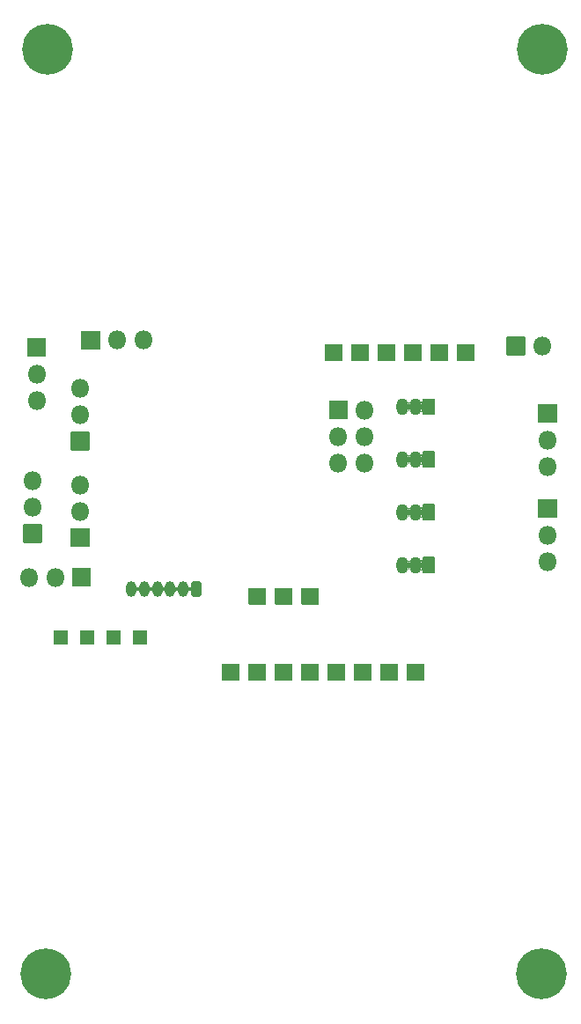
<source format=gbs>
G04 #@! TF.GenerationSoftware,KiCad,Pcbnew,(5.1.12)-1*
G04 #@! TF.CreationDate,2022-03-29T10:16:29-05:00*
G04 #@! TF.ProjectId,pcb,7063622e-6b69-4636-9164-5f7063625858,rev?*
G04 #@! TF.SameCoordinates,Original*
G04 #@! TF.FileFunction,Soldermask,Bot*
G04 #@! TF.FilePolarity,Negative*
%FSLAX46Y46*%
G04 Gerber Fmt 4.6, Leading zero omitted, Abs format (unit mm)*
G04 Created by KiCad (PCBNEW (5.1.12)-1) date 2022-03-29 10:16:29*
%MOMM*%
%LPD*%
G01*
G04 APERTURE LIST*
%ADD10C,4.882000*%
%ADD11O,1.802000X1.802000*%
%ADD12O,1.002000X1.502000*%
%ADD13O,1.152000X1.602000*%
%ADD14C,0.150000*%
G04 APERTURE END LIST*
D10*
X114300000Y-154940000D03*
X161925000Y-154940000D03*
X162052000Y-66040000D03*
X114427000Y-66040000D03*
D11*
X144960340Y-105773220D03*
X142420340Y-105773220D03*
X144960340Y-103233220D03*
X142420340Y-103233220D03*
X144960340Y-100693220D03*
G36*
G01*
X141519340Y-101543220D02*
X141519340Y-99843220D01*
G75*
G02*
X141570340Y-99792220I51000J0D01*
G01*
X143270340Y-99792220D01*
G75*
G02*
X143321340Y-99843220I0J-51000D01*
G01*
X143321340Y-101543220D01*
G75*
G02*
X143270340Y-101594220I-51000J0D01*
G01*
X141570340Y-101594220D01*
G75*
G02*
X141519340Y-101543220I0J51000D01*
G01*
G37*
X123698000Y-93980000D03*
X121158000Y-93980000D03*
G36*
G01*
X119468000Y-94881000D02*
X117768000Y-94881000D01*
G75*
G02*
X117717000Y-94830000I0J51000D01*
G01*
X117717000Y-93130000D01*
G75*
G02*
X117768000Y-93079000I51000J0D01*
G01*
X119468000Y-93079000D01*
G75*
G02*
X119519000Y-93130000I0J-51000D01*
G01*
X119519000Y-94830000D01*
G75*
G02*
X119468000Y-94881000I-51000J0D01*
G01*
G37*
G36*
G01*
X155499000Y-94409000D02*
X155499000Y-95933000D01*
G75*
G02*
X155448000Y-95984000I-51000J0D01*
G01*
X153924000Y-95984000D01*
G75*
G02*
X153873000Y-95933000I0J51000D01*
G01*
X153873000Y-94409000D01*
G75*
G02*
X153924000Y-94358000I51000J0D01*
G01*
X155448000Y-94358000D01*
G75*
G02*
X155499000Y-94409000I0J-51000D01*
G01*
G37*
G36*
G01*
X152959000Y-94409000D02*
X152959000Y-95933000D01*
G75*
G02*
X152908000Y-95984000I-51000J0D01*
G01*
X151384000Y-95984000D01*
G75*
G02*
X151333000Y-95933000I0J51000D01*
G01*
X151333000Y-94409000D01*
G75*
G02*
X151384000Y-94358000I51000J0D01*
G01*
X152908000Y-94358000D01*
G75*
G02*
X152959000Y-94409000I0J-51000D01*
G01*
G37*
G36*
G01*
X150419000Y-94409000D02*
X150419000Y-95933000D01*
G75*
G02*
X150368000Y-95984000I-51000J0D01*
G01*
X148844000Y-95984000D01*
G75*
G02*
X148793000Y-95933000I0J51000D01*
G01*
X148793000Y-94409000D01*
G75*
G02*
X148844000Y-94358000I51000J0D01*
G01*
X150368000Y-94358000D01*
G75*
G02*
X150419000Y-94409000I0J-51000D01*
G01*
G37*
G36*
G01*
X147879000Y-94409000D02*
X147879000Y-95933000D01*
G75*
G02*
X147828000Y-95984000I-51000J0D01*
G01*
X146304000Y-95984000D01*
G75*
G02*
X146253000Y-95933000I0J51000D01*
G01*
X146253000Y-94409000D01*
G75*
G02*
X146304000Y-94358000I51000J0D01*
G01*
X147828000Y-94358000D01*
G75*
G02*
X147879000Y-94409000I0J-51000D01*
G01*
G37*
G36*
G01*
X145339000Y-94409000D02*
X145339000Y-95933000D01*
G75*
G02*
X145288000Y-95984000I-51000J0D01*
G01*
X143764000Y-95984000D01*
G75*
G02*
X143713000Y-95933000I0J51000D01*
G01*
X143713000Y-94409000D01*
G75*
G02*
X143764000Y-94358000I51000J0D01*
G01*
X145288000Y-94358000D01*
G75*
G02*
X145339000Y-94409000I0J-51000D01*
G01*
G37*
G36*
G01*
X142799000Y-94409000D02*
X142799000Y-95933000D01*
G75*
G02*
X142748000Y-95984000I-51000J0D01*
G01*
X141224000Y-95984000D01*
G75*
G02*
X141173000Y-95933000I0J51000D01*
G01*
X141173000Y-94409000D01*
G75*
G02*
X141224000Y-94358000I51000J0D01*
G01*
X142748000Y-94358000D01*
G75*
G02*
X142799000Y-94409000I0J-51000D01*
G01*
G37*
D12*
X122528000Y-117904000D03*
X123778000Y-117904000D03*
X125028000Y-117904000D03*
X126278000Y-117904000D03*
X127528000Y-117904000D03*
G36*
G01*
X129279000Y-117403500D02*
X129279000Y-118404500D01*
G75*
G02*
X129028500Y-118655000I-250500J0D01*
G01*
X128527500Y-118655000D01*
G75*
G02*
X128277000Y-118404500I0J250500D01*
G01*
X128277000Y-117403500D01*
G75*
G02*
X128527500Y-117153000I250500J0D01*
G01*
X129028500Y-117153000D01*
G75*
G02*
X129279000Y-117403500I0J-250500D01*
G01*
G37*
G36*
G01*
X115074000Y-123205000D02*
X115074000Y-121935000D01*
G75*
G02*
X115125000Y-121884000I51000J0D01*
G01*
X116395000Y-121884000D01*
G75*
G02*
X116446000Y-121935000I0J-51000D01*
G01*
X116446000Y-123205000D01*
G75*
G02*
X116395000Y-123256000I-51000J0D01*
G01*
X115125000Y-123256000D01*
G75*
G02*
X115074000Y-123205000I0J51000D01*
G01*
G37*
G36*
G01*
X117614000Y-123205000D02*
X117614000Y-121935000D01*
G75*
G02*
X117665000Y-121884000I51000J0D01*
G01*
X118935000Y-121884000D01*
G75*
G02*
X118986000Y-121935000I0J-51000D01*
G01*
X118986000Y-123205000D01*
G75*
G02*
X118935000Y-123256000I-51000J0D01*
G01*
X117665000Y-123256000D01*
G75*
G02*
X117614000Y-123205000I0J51000D01*
G01*
G37*
G36*
G01*
X120154000Y-123205000D02*
X120154000Y-121935000D01*
G75*
G02*
X120205000Y-121884000I51000J0D01*
G01*
X121475000Y-121884000D01*
G75*
G02*
X121526000Y-121935000I0J-51000D01*
G01*
X121526000Y-123205000D01*
G75*
G02*
X121475000Y-123256000I-51000J0D01*
G01*
X120205000Y-123256000D01*
G75*
G02*
X120154000Y-123205000I0J51000D01*
G01*
G37*
G36*
G01*
X122694000Y-123205000D02*
X122694000Y-121935000D01*
G75*
G02*
X122745000Y-121884000I51000J0D01*
G01*
X124015000Y-121884000D01*
G75*
G02*
X124066000Y-121935000I0J-51000D01*
G01*
X124066000Y-123205000D01*
G75*
G02*
X124015000Y-123256000I-51000J0D01*
G01*
X122745000Y-123256000D01*
G75*
G02*
X122694000Y-123205000I0J51000D01*
G01*
G37*
G36*
G01*
X149047000Y-126667000D02*
X149047000Y-125143000D01*
G75*
G02*
X149098000Y-125092000I51000J0D01*
G01*
X150622000Y-125092000D01*
G75*
G02*
X150673000Y-125143000I0J-51000D01*
G01*
X150673000Y-126667000D01*
G75*
G02*
X150622000Y-126718000I-51000J0D01*
G01*
X149098000Y-126718000D01*
G75*
G02*
X149047000Y-126667000I0J51000D01*
G01*
G37*
G36*
G01*
X146507000Y-126667000D02*
X146507000Y-125143000D01*
G75*
G02*
X146558000Y-125092000I51000J0D01*
G01*
X148082000Y-125092000D01*
G75*
G02*
X148133000Y-125143000I0J-51000D01*
G01*
X148133000Y-126667000D01*
G75*
G02*
X148082000Y-126718000I-51000J0D01*
G01*
X146558000Y-126718000D01*
G75*
G02*
X146507000Y-126667000I0J51000D01*
G01*
G37*
G36*
G01*
X143967000Y-126667000D02*
X143967000Y-125143000D01*
G75*
G02*
X144018000Y-125092000I51000J0D01*
G01*
X145542000Y-125092000D01*
G75*
G02*
X145593000Y-125143000I0J-51000D01*
G01*
X145593000Y-126667000D01*
G75*
G02*
X145542000Y-126718000I-51000J0D01*
G01*
X144018000Y-126718000D01*
G75*
G02*
X143967000Y-126667000I0J51000D01*
G01*
G37*
G36*
G01*
X141427000Y-126667000D02*
X141427000Y-125143000D01*
G75*
G02*
X141478000Y-125092000I51000J0D01*
G01*
X143002000Y-125092000D01*
G75*
G02*
X143053000Y-125143000I0J-51000D01*
G01*
X143053000Y-126667000D01*
G75*
G02*
X143002000Y-126718000I-51000J0D01*
G01*
X141478000Y-126718000D01*
G75*
G02*
X141427000Y-126667000I0J51000D01*
G01*
G37*
G36*
G01*
X138887000Y-126667000D02*
X138887000Y-125143000D01*
G75*
G02*
X138938000Y-125092000I51000J0D01*
G01*
X140462000Y-125092000D01*
G75*
G02*
X140513000Y-125143000I0J-51000D01*
G01*
X140513000Y-126667000D01*
G75*
G02*
X140462000Y-126718000I-51000J0D01*
G01*
X138938000Y-126718000D01*
G75*
G02*
X138887000Y-126667000I0J51000D01*
G01*
G37*
G36*
G01*
X136347000Y-126667000D02*
X136347000Y-125143000D01*
G75*
G02*
X136398000Y-125092000I51000J0D01*
G01*
X137922000Y-125092000D01*
G75*
G02*
X137973000Y-125143000I0J-51000D01*
G01*
X137973000Y-126667000D01*
G75*
G02*
X137922000Y-126718000I-51000J0D01*
G01*
X136398000Y-126718000D01*
G75*
G02*
X136347000Y-126667000I0J51000D01*
G01*
G37*
G36*
G01*
X133807000Y-126667000D02*
X133807000Y-125143000D01*
G75*
G02*
X133858000Y-125092000I51000J0D01*
G01*
X135382000Y-125092000D01*
G75*
G02*
X135433000Y-125143000I0J-51000D01*
G01*
X135433000Y-126667000D01*
G75*
G02*
X135382000Y-126718000I-51000J0D01*
G01*
X133858000Y-126718000D01*
G75*
G02*
X133807000Y-126667000I0J51000D01*
G01*
G37*
G36*
G01*
X131267000Y-126667000D02*
X131267000Y-125143000D01*
G75*
G02*
X131318000Y-125092000I51000J0D01*
G01*
X132842000Y-125092000D01*
G75*
G02*
X132893000Y-125143000I0J-51000D01*
G01*
X132893000Y-126667000D01*
G75*
G02*
X132842000Y-126718000I-51000J0D01*
G01*
X131318000Y-126718000D01*
G75*
G02*
X131267000Y-126667000I0J51000D01*
G01*
G37*
G36*
G01*
X116879000Y-115860000D02*
X118579000Y-115860000D01*
G75*
G02*
X118630000Y-115911000I0J-51000D01*
G01*
X118630000Y-117611000D01*
G75*
G02*
X118579000Y-117662000I-51000J0D01*
G01*
X116879000Y-117662000D01*
G75*
G02*
X116828000Y-117611000I0J51000D01*
G01*
X116828000Y-115911000D01*
G75*
G02*
X116879000Y-115860000I51000J0D01*
G01*
G37*
D11*
X115189000Y-116761000D03*
X112649000Y-116761000D03*
G36*
G01*
X113931000Y-111720000D02*
X113931000Y-113420000D01*
G75*
G02*
X113880000Y-113471000I-51000J0D01*
G01*
X112180000Y-113471000D01*
G75*
G02*
X112129000Y-113420000I0J51000D01*
G01*
X112129000Y-111720000D01*
G75*
G02*
X112180000Y-111669000I51000J0D01*
G01*
X113880000Y-111669000D01*
G75*
G02*
X113931000Y-111720000I0J-51000D01*
G01*
G37*
X113030000Y-110030000D03*
X113030000Y-107490000D03*
G36*
G01*
X118503000Y-112101000D02*
X118503000Y-113801000D01*
G75*
G02*
X118452000Y-113852000I-51000J0D01*
G01*
X116752000Y-113852000D01*
G75*
G02*
X116701000Y-113801000I0J51000D01*
G01*
X116701000Y-112101000D01*
G75*
G02*
X116752000Y-112050000I51000J0D01*
G01*
X118452000Y-112050000D01*
G75*
G02*
X118503000Y-112101000I0J-51000D01*
G01*
G37*
X117602000Y-110411000D03*
X117602000Y-107871000D03*
G36*
G01*
X118503000Y-102830000D02*
X118503000Y-104530000D01*
G75*
G02*
X118452000Y-104581000I-51000J0D01*
G01*
X116752000Y-104581000D01*
G75*
G02*
X116701000Y-104530000I0J51000D01*
G01*
X116701000Y-102830000D01*
G75*
G02*
X116752000Y-102779000I51000J0D01*
G01*
X118452000Y-102779000D01*
G75*
G02*
X118503000Y-102830000I0J-51000D01*
G01*
G37*
X117602000Y-101140000D03*
X117602000Y-98600000D03*
G36*
G01*
X112510000Y-95513000D02*
X112510000Y-93813000D01*
G75*
G02*
X112561000Y-93762000I51000J0D01*
G01*
X114261000Y-93762000D01*
G75*
G02*
X114312000Y-93813000I0J-51000D01*
G01*
X114312000Y-95513000D01*
G75*
G02*
X114261000Y-95564000I-51000J0D01*
G01*
X112561000Y-95564000D01*
G75*
G02*
X112510000Y-95513000I0J51000D01*
G01*
G37*
X113411000Y-97203000D03*
X113411000Y-99743000D03*
G36*
G01*
X133807000Y-119374660D02*
X133807000Y-117850660D01*
G75*
G02*
X133858000Y-117799660I51000J0D01*
G01*
X135382000Y-117799660D01*
G75*
G02*
X135433000Y-117850660I0J-51000D01*
G01*
X135433000Y-119374660D01*
G75*
G02*
X135382000Y-119425660I-51000J0D01*
G01*
X133858000Y-119425660D01*
G75*
G02*
X133807000Y-119374660I0J51000D01*
G01*
G37*
G36*
G01*
X136347000Y-119374660D02*
X136347000Y-117850660D01*
G75*
G02*
X136398000Y-117799660I51000J0D01*
G01*
X137922000Y-117799660D01*
G75*
G02*
X137973000Y-117850660I0J-51000D01*
G01*
X137973000Y-119374660D01*
G75*
G02*
X137922000Y-119425660I-51000J0D01*
G01*
X136398000Y-119425660D01*
G75*
G02*
X136347000Y-119374660I0J51000D01*
G01*
G37*
G36*
G01*
X138887000Y-119374660D02*
X138887000Y-117850660D01*
G75*
G02*
X138938000Y-117799660I51000J0D01*
G01*
X140462000Y-117799660D01*
G75*
G02*
X140513000Y-117850660I0J-51000D01*
G01*
X140513000Y-119374660D01*
G75*
G02*
X140462000Y-119425660I-51000J0D01*
G01*
X138938000Y-119425660D01*
G75*
G02*
X138887000Y-119374660I0J51000D01*
G01*
G37*
G36*
G01*
X151706000Y-99628000D02*
X151706000Y-101128000D01*
G75*
G02*
X151655000Y-101179000I-51000J0D01*
G01*
X150605000Y-101179000D01*
G75*
G02*
X150554000Y-101128000I0J51000D01*
G01*
X150554000Y-99628000D01*
G75*
G02*
X150605000Y-99577000I51000J0D01*
G01*
X151655000Y-99577000D01*
G75*
G02*
X151706000Y-99628000I0J-51000D01*
G01*
G37*
D13*
X148590000Y-100378000D03*
X149860000Y-100378000D03*
G36*
G01*
X151717000Y-109773000D02*
X151717000Y-111273000D01*
G75*
G02*
X151666000Y-111324000I-51000J0D01*
G01*
X150616000Y-111324000D01*
G75*
G02*
X150565000Y-111273000I0J51000D01*
G01*
X150565000Y-109773000D01*
G75*
G02*
X150616000Y-109722000I51000J0D01*
G01*
X151666000Y-109722000D01*
G75*
G02*
X151717000Y-109773000I0J-51000D01*
G01*
G37*
X148601000Y-110523000D03*
X149871000Y-110523000D03*
G36*
G01*
X151717000Y-104693000D02*
X151717000Y-106193000D01*
G75*
G02*
X151666000Y-106244000I-51000J0D01*
G01*
X150616000Y-106244000D01*
G75*
G02*
X150565000Y-106193000I0J51000D01*
G01*
X150565000Y-104693000D01*
G75*
G02*
X150616000Y-104642000I51000J0D01*
G01*
X151666000Y-104642000D01*
G75*
G02*
X151717000Y-104693000I0J-51000D01*
G01*
G37*
X148601000Y-105443000D03*
X149871000Y-105443000D03*
G36*
G01*
X151717000Y-114853000D02*
X151717000Y-116353000D01*
G75*
G02*
X151666000Y-116404000I-51000J0D01*
G01*
X150616000Y-116404000D01*
G75*
G02*
X150565000Y-116353000I0J51000D01*
G01*
X150565000Y-114853000D01*
G75*
G02*
X150616000Y-114802000I51000J0D01*
G01*
X151666000Y-114802000D01*
G75*
G02*
X151717000Y-114853000I0J-51000D01*
G01*
G37*
X148601000Y-115603000D03*
X149871000Y-115603000D03*
D11*
X162560000Y-115237000D03*
X162560000Y-112697000D03*
G36*
G01*
X161659000Y-111007000D02*
X161659000Y-109307000D01*
G75*
G02*
X161710000Y-109256000I51000J0D01*
G01*
X163410000Y-109256000D01*
G75*
G02*
X163461000Y-109307000I0J-51000D01*
G01*
X163461000Y-111007000D01*
G75*
G02*
X163410000Y-111058000I-51000J0D01*
G01*
X161710000Y-111058000D01*
G75*
G02*
X161659000Y-111007000I0J51000D01*
G01*
G37*
X162560000Y-106093000D03*
X162560000Y-103553000D03*
G36*
G01*
X161659000Y-101863000D02*
X161659000Y-100163000D01*
G75*
G02*
X161710000Y-100112000I51000J0D01*
G01*
X163410000Y-100112000D01*
G75*
G02*
X163461000Y-100163000I0J-51000D01*
G01*
X163461000Y-101863000D01*
G75*
G02*
X163410000Y-101914000I-51000J0D01*
G01*
X161710000Y-101914000D01*
G75*
G02*
X161659000Y-101863000I0J51000D01*
G01*
G37*
X162052000Y-94536000D03*
G36*
G01*
X160362000Y-95437000D02*
X158662000Y-95437000D01*
G75*
G02*
X158611000Y-95386000I0J51000D01*
G01*
X158611000Y-93686000D01*
G75*
G02*
X158662000Y-93635000I51000J0D01*
G01*
X160362000Y-93635000D01*
G75*
G02*
X160413000Y-93686000I0J-51000D01*
G01*
X160413000Y-95386000D01*
G75*
G02*
X160362000Y-95437000I-51000J0D01*
G01*
G37*
D14*
G36*
X128278084Y-117632033D02*
G01*
X128279000Y-117633714D01*
X128279000Y-118174287D01*
X128278000Y-118176019D01*
X128276000Y-118176019D01*
X128275010Y-118174483D01*
X128272628Y-118150296D01*
X128265628Y-118127221D01*
X128254263Y-118105957D01*
X128238968Y-118087320D01*
X128220331Y-118072025D01*
X128199067Y-118060660D01*
X128175992Y-118053660D01*
X128152001Y-118051297D01*
X128128010Y-118053660D01*
X128104935Y-118060660D01*
X128083671Y-118072025D01*
X128065034Y-118087320D01*
X128049739Y-118105957D01*
X128038374Y-118127221D01*
X128031360Y-118150344D01*
X128030978Y-118152918D01*
X128029735Y-118154484D01*
X128027757Y-118154191D01*
X128027000Y-118152624D01*
X128027000Y-117654095D01*
X128026812Y-117652184D01*
X128027637Y-117650362D01*
X128029628Y-117650166D01*
X128030764Y-117651598D01*
X128034308Y-117669417D01*
X128043535Y-117691691D01*
X128056929Y-117711738D01*
X128073976Y-117728785D01*
X128094023Y-117742180D01*
X128116297Y-117751406D01*
X128139948Y-117756111D01*
X128164054Y-117756111D01*
X128187704Y-117751407D01*
X128209978Y-117742180D01*
X128230025Y-117728786D01*
X128247072Y-117711739D01*
X128260467Y-117691692D01*
X128269693Y-117669418D01*
X128274407Y-117645721D01*
X128275002Y-117633616D01*
X128276086Y-117631935D01*
X128278084Y-117632033D01*
G37*
G36*
X125778320Y-117656596D02*
G01*
X125779001Y-117658100D01*
X125779000Y-118149895D01*
X125778000Y-118151627D01*
X125776000Y-118151627D01*
X125775038Y-118150285D01*
X125770693Y-118128440D01*
X125761466Y-118106166D01*
X125748072Y-118086119D01*
X125731025Y-118069072D01*
X125710977Y-118055677D01*
X125688704Y-118046450D01*
X125665053Y-118041746D01*
X125640947Y-118041746D01*
X125617297Y-118046450D01*
X125595023Y-118055677D01*
X125574976Y-118069071D01*
X125557929Y-118086118D01*
X125544534Y-118106166D01*
X125535307Y-118128439D01*
X125530962Y-118150285D01*
X125529643Y-118151789D01*
X125527681Y-118151399D01*
X125527000Y-118149895D01*
X125527000Y-117658105D01*
X125528000Y-117656373D01*
X125530000Y-117656373D01*
X125530962Y-117657715D01*
X125535307Y-117679560D01*
X125544534Y-117701834D01*
X125557928Y-117721881D01*
X125574975Y-117738928D01*
X125595023Y-117752323D01*
X125617296Y-117761549D01*
X125640947Y-117766254D01*
X125665053Y-117766254D01*
X125688703Y-117761550D01*
X125710977Y-117752323D01*
X125731024Y-117738929D01*
X125748071Y-117721882D01*
X125761466Y-117701834D01*
X125770692Y-117679561D01*
X125775039Y-117657710D01*
X125776358Y-117656206D01*
X125778320Y-117656596D01*
G37*
G36*
X124528320Y-117656596D02*
G01*
X124529001Y-117658100D01*
X124529000Y-118149895D01*
X124528000Y-118151627D01*
X124526000Y-118151627D01*
X124525038Y-118150285D01*
X124520693Y-118128440D01*
X124511466Y-118106166D01*
X124498072Y-118086119D01*
X124481025Y-118069072D01*
X124460977Y-118055677D01*
X124438704Y-118046450D01*
X124415053Y-118041746D01*
X124390947Y-118041746D01*
X124367297Y-118046450D01*
X124345023Y-118055677D01*
X124324976Y-118069071D01*
X124307929Y-118086118D01*
X124294534Y-118106166D01*
X124285307Y-118128439D01*
X124280962Y-118150285D01*
X124279643Y-118151789D01*
X124277681Y-118151399D01*
X124277000Y-118149895D01*
X124277000Y-117658105D01*
X124278000Y-117656373D01*
X124280000Y-117656373D01*
X124280962Y-117657715D01*
X124285307Y-117679560D01*
X124294534Y-117701834D01*
X124307928Y-117721881D01*
X124324975Y-117738928D01*
X124345023Y-117752323D01*
X124367296Y-117761549D01*
X124390947Y-117766254D01*
X124415053Y-117766254D01*
X124438703Y-117761550D01*
X124460977Y-117752323D01*
X124481024Y-117738929D01*
X124498071Y-117721882D01*
X124511466Y-117701834D01*
X124520692Y-117679561D01*
X124525039Y-117657710D01*
X124526358Y-117656206D01*
X124528320Y-117656596D01*
G37*
G36*
X127028320Y-117656596D02*
G01*
X127029001Y-117658100D01*
X127029000Y-118149895D01*
X127028000Y-118151627D01*
X127026000Y-118151627D01*
X127025038Y-118150285D01*
X127020693Y-118128440D01*
X127011466Y-118106166D01*
X126998072Y-118086119D01*
X126981025Y-118069072D01*
X126960977Y-118055677D01*
X126938704Y-118046450D01*
X126915053Y-118041746D01*
X126890947Y-118041746D01*
X126867297Y-118046450D01*
X126845023Y-118055677D01*
X126824976Y-118069071D01*
X126807929Y-118086118D01*
X126794534Y-118106166D01*
X126785307Y-118128439D01*
X126780962Y-118150285D01*
X126779643Y-118151789D01*
X126777681Y-118151399D01*
X126777000Y-118149895D01*
X126777000Y-117658105D01*
X126778000Y-117656373D01*
X126780000Y-117656373D01*
X126780962Y-117657715D01*
X126785307Y-117679560D01*
X126794534Y-117701834D01*
X126807928Y-117721881D01*
X126824975Y-117738928D01*
X126845023Y-117752323D01*
X126867296Y-117761549D01*
X126890947Y-117766254D01*
X126915053Y-117766254D01*
X126938703Y-117761550D01*
X126960977Y-117752323D01*
X126981024Y-117738929D01*
X126998071Y-117721882D01*
X127011466Y-117701834D01*
X127020692Y-117679561D01*
X127025039Y-117657710D01*
X127026358Y-117656206D01*
X127028320Y-117656596D01*
G37*
G36*
X123278320Y-117656596D02*
G01*
X123279001Y-117658100D01*
X123279000Y-118149895D01*
X123278000Y-118151627D01*
X123276000Y-118151627D01*
X123275038Y-118150285D01*
X123270693Y-118128440D01*
X123261466Y-118106166D01*
X123248072Y-118086119D01*
X123231025Y-118069072D01*
X123210977Y-118055677D01*
X123188704Y-118046450D01*
X123165053Y-118041746D01*
X123140947Y-118041746D01*
X123117297Y-118046450D01*
X123095023Y-118055677D01*
X123074976Y-118069071D01*
X123057929Y-118086118D01*
X123044534Y-118106166D01*
X123035307Y-118128439D01*
X123030962Y-118150285D01*
X123029643Y-118151789D01*
X123027681Y-118151399D01*
X123027000Y-118149895D01*
X123027000Y-117658105D01*
X123028000Y-117656373D01*
X123030000Y-117656373D01*
X123030962Y-117657715D01*
X123035307Y-117679560D01*
X123044534Y-117701834D01*
X123057928Y-117721881D01*
X123074975Y-117738928D01*
X123095023Y-117752323D01*
X123117296Y-117761549D01*
X123140947Y-117766254D01*
X123165053Y-117766254D01*
X123188703Y-117761550D01*
X123210977Y-117752323D01*
X123231024Y-117738929D01*
X123248071Y-117721882D01*
X123261466Y-117701834D01*
X123270692Y-117679561D01*
X123275039Y-117657710D01*
X123276358Y-117656206D01*
X123278320Y-117656596D01*
G37*
G36*
X150566084Y-114969979D02*
G01*
X150567000Y-114971660D01*
X150567000Y-116234340D01*
X150566000Y-116236072D01*
X150564000Y-116236072D01*
X150563010Y-116234536D01*
X150560628Y-116210349D01*
X150553628Y-116187274D01*
X150542263Y-116166010D01*
X150526968Y-116147373D01*
X150508331Y-116132078D01*
X150487067Y-116120713D01*
X150463992Y-116113713D01*
X150440001Y-116111350D01*
X150416010Y-116113713D01*
X150392935Y-116120713D01*
X150371715Y-116132055D01*
X150347757Y-116153769D01*
X150345802Y-116154191D01*
X150344459Y-116152709D01*
X150344868Y-116151018D01*
X150348255Y-116146892D01*
X150401298Y-116047657D01*
X150433962Y-115939977D01*
X150445000Y-115827906D01*
X150445000Y-115378095D01*
X150433962Y-115266023D01*
X150401298Y-115158343D01*
X150348255Y-115059108D01*
X150346170Y-115056568D01*
X150345844Y-115054594D01*
X150347390Y-115053326D01*
X150349130Y-115053885D01*
X150361976Y-115066731D01*
X150382024Y-115080126D01*
X150404297Y-115089353D01*
X150427948Y-115094057D01*
X150452054Y-115094057D01*
X150475704Y-115089353D01*
X150497978Y-115080126D01*
X150518025Y-115066732D01*
X150535072Y-115049685D01*
X150548467Y-115029637D01*
X150557694Y-115007364D01*
X150562407Y-114983667D01*
X150563002Y-114971562D01*
X150564086Y-114969881D01*
X150566084Y-114969979D01*
G37*
G36*
X149130836Y-115149013D02*
G01*
X149140929Y-115164118D01*
X149157976Y-115181165D01*
X149178024Y-115194560D01*
X149200298Y-115203786D01*
X149223948Y-115208490D01*
X149248054Y-115208490D01*
X149271704Y-115203785D01*
X149293978Y-115194559D01*
X149314025Y-115181164D01*
X149331072Y-115164117D01*
X149341164Y-115149013D01*
X149342958Y-115148128D01*
X149344621Y-115149239D01*
X149344591Y-115151067D01*
X149340702Y-115158343D01*
X149308038Y-115266023D01*
X149297000Y-115378094D01*
X149297000Y-115827906D01*
X149308038Y-115939976D01*
X149340702Y-116047656D01*
X149344591Y-116054932D01*
X149344525Y-116056931D01*
X149342762Y-116057874D01*
X149341164Y-116056986D01*
X149331071Y-116041881D01*
X149314024Y-116024834D01*
X149293976Y-116011439D01*
X149271702Y-116002213D01*
X149248052Y-115997509D01*
X149223946Y-115997509D01*
X149200296Y-116002214D01*
X149178022Y-116011440D01*
X149157975Y-116024835D01*
X149140928Y-116041882D01*
X149130839Y-116056982D01*
X149129045Y-116057867D01*
X149127382Y-116056756D01*
X149127412Y-116054928D01*
X149131298Y-116047657D01*
X149163962Y-115939977D01*
X149175000Y-115827906D01*
X149175000Y-115378095D01*
X149163962Y-115266023D01*
X149131298Y-115158343D01*
X149127409Y-115151067D01*
X149127475Y-115149068D01*
X149129238Y-115148125D01*
X149130836Y-115149013D01*
G37*
G36*
X150566084Y-109889979D02*
G01*
X150567000Y-109891660D01*
X150567000Y-111154340D01*
X150566000Y-111156072D01*
X150564000Y-111156072D01*
X150563010Y-111154536D01*
X150560628Y-111130349D01*
X150553628Y-111107274D01*
X150542263Y-111086010D01*
X150526968Y-111067373D01*
X150508331Y-111052078D01*
X150487067Y-111040713D01*
X150463992Y-111033713D01*
X150440001Y-111031350D01*
X150416010Y-111033713D01*
X150392935Y-111040713D01*
X150371715Y-111052055D01*
X150347757Y-111073769D01*
X150345802Y-111074191D01*
X150344459Y-111072709D01*
X150344868Y-111071018D01*
X150348255Y-111066892D01*
X150401298Y-110967657D01*
X150433962Y-110859977D01*
X150445000Y-110747906D01*
X150445000Y-110298095D01*
X150433962Y-110186023D01*
X150401298Y-110078343D01*
X150348255Y-109979108D01*
X150346170Y-109976568D01*
X150345844Y-109974594D01*
X150347390Y-109973326D01*
X150349130Y-109973885D01*
X150361976Y-109986731D01*
X150382024Y-110000126D01*
X150404297Y-110009353D01*
X150427948Y-110014057D01*
X150452054Y-110014057D01*
X150475704Y-110009353D01*
X150497978Y-110000126D01*
X150518025Y-109986732D01*
X150535072Y-109969685D01*
X150548467Y-109949637D01*
X150557694Y-109927364D01*
X150562407Y-109903667D01*
X150563002Y-109891562D01*
X150564086Y-109889881D01*
X150566084Y-109889979D01*
G37*
G36*
X149130836Y-110069013D02*
G01*
X149140929Y-110084118D01*
X149157976Y-110101165D01*
X149178024Y-110114560D01*
X149200298Y-110123786D01*
X149223948Y-110128490D01*
X149248054Y-110128490D01*
X149271704Y-110123785D01*
X149293978Y-110114559D01*
X149314025Y-110101164D01*
X149331072Y-110084117D01*
X149341164Y-110069013D01*
X149342958Y-110068128D01*
X149344621Y-110069239D01*
X149344591Y-110071067D01*
X149340702Y-110078343D01*
X149308038Y-110186023D01*
X149297000Y-110298094D01*
X149297000Y-110747906D01*
X149308038Y-110859976D01*
X149340702Y-110967656D01*
X149344591Y-110974932D01*
X149344525Y-110976931D01*
X149342762Y-110977874D01*
X149341164Y-110976986D01*
X149331071Y-110961881D01*
X149314024Y-110944834D01*
X149293976Y-110931439D01*
X149271702Y-110922213D01*
X149248052Y-110917509D01*
X149223946Y-110917509D01*
X149200296Y-110922214D01*
X149178022Y-110931440D01*
X149157975Y-110944835D01*
X149140928Y-110961882D01*
X149130839Y-110976982D01*
X149129045Y-110977867D01*
X149127382Y-110976756D01*
X149127412Y-110974928D01*
X149131298Y-110967657D01*
X149163962Y-110859977D01*
X149175000Y-110747906D01*
X149175000Y-110298095D01*
X149163962Y-110186023D01*
X149131298Y-110078343D01*
X149127409Y-110071067D01*
X149127475Y-110069068D01*
X149129238Y-110068125D01*
X149130836Y-110069013D01*
G37*
G36*
X150566084Y-104809979D02*
G01*
X150567000Y-104811660D01*
X150567000Y-106074340D01*
X150566000Y-106076072D01*
X150564000Y-106076072D01*
X150563010Y-106074536D01*
X150560628Y-106050349D01*
X150553628Y-106027274D01*
X150542263Y-106006010D01*
X150526968Y-105987373D01*
X150508331Y-105972078D01*
X150487067Y-105960713D01*
X150463992Y-105953713D01*
X150440001Y-105951350D01*
X150416010Y-105953713D01*
X150392935Y-105960713D01*
X150371715Y-105972055D01*
X150347757Y-105993769D01*
X150345802Y-105994191D01*
X150344459Y-105992709D01*
X150344868Y-105991018D01*
X150348255Y-105986892D01*
X150401298Y-105887657D01*
X150433962Y-105779977D01*
X150445000Y-105667906D01*
X150445000Y-105218095D01*
X150433962Y-105106023D01*
X150401298Y-104998343D01*
X150348255Y-104899108D01*
X150346170Y-104896568D01*
X150345844Y-104894594D01*
X150347390Y-104893326D01*
X150349130Y-104893885D01*
X150361976Y-104906731D01*
X150382024Y-104920126D01*
X150404297Y-104929353D01*
X150427948Y-104934057D01*
X150452054Y-104934057D01*
X150475704Y-104929353D01*
X150497978Y-104920126D01*
X150518025Y-104906732D01*
X150535072Y-104889685D01*
X150548467Y-104869637D01*
X150557694Y-104847364D01*
X150562407Y-104823667D01*
X150563002Y-104811562D01*
X150564086Y-104809881D01*
X150566084Y-104809979D01*
G37*
G36*
X149130836Y-104989013D02*
G01*
X149140929Y-105004118D01*
X149157976Y-105021165D01*
X149178024Y-105034560D01*
X149200298Y-105043786D01*
X149223948Y-105048490D01*
X149248054Y-105048490D01*
X149271704Y-105043785D01*
X149293978Y-105034559D01*
X149314025Y-105021164D01*
X149331072Y-105004117D01*
X149341164Y-104989013D01*
X149342958Y-104988128D01*
X149344621Y-104989239D01*
X149344591Y-104991067D01*
X149340702Y-104998343D01*
X149308038Y-105106023D01*
X149297000Y-105218094D01*
X149297000Y-105667906D01*
X149308038Y-105779976D01*
X149340702Y-105887656D01*
X149344591Y-105894932D01*
X149344525Y-105896931D01*
X149342762Y-105897874D01*
X149341164Y-105896986D01*
X149331071Y-105881881D01*
X149314024Y-105864834D01*
X149293976Y-105851439D01*
X149271702Y-105842213D01*
X149248052Y-105837509D01*
X149223946Y-105837509D01*
X149200296Y-105842214D01*
X149178022Y-105851440D01*
X149157975Y-105864835D01*
X149140928Y-105881882D01*
X149130839Y-105896982D01*
X149129045Y-105897867D01*
X149127382Y-105896756D01*
X149127412Y-105894928D01*
X149131298Y-105887657D01*
X149163962Y-105779977D01*
X149175000Y-105667906D01*
X149175000Y-105218095D01*
X149163962Y-105106023D01*
X149131298Y-104998343D01*
X149127409Y-104991067D01*
X149127475Y-104989068D01*
X149129238Y-104988125D01*
X149130836Y-104989013D01*
G37*
G36*
X150555084Y-99744979D02*
G01*
X150556000Y-99746660D01*
X150556000Y-101009340D01*
X150555000Y-101011072D01*
X150553000Y-101011072D01*
X150552010Y-101009536D01*
X150549628Y-100985349D01*
X150542628Y-100962274D01*
X150531263Y-100941010D01*
X150515968Y-100922373D01*
X150497331Y-100907078D01*
X150476067Y-100895713D01*
X150452992Y-100888713D01*
X150429001Y-100886350D01*
X150405010Y-100888713D01*
X150381935Y-100895713D01*
X150360715Y-100907055D01*
X150336757Y-100928769D01*
X150334802Y-100929191D01*
X150333459Y-100927709D01*
X150333868Y-100926018D01*
X150337255Y-100921892D01*
X150390298Y-100822657D01*
X150422962Y-100714977D01*
X150434000Y-100602906D01*
X150434000Y-100153095D01*
X150422962Y-100041023D01*
X150390298Y-99933343D01*
X150337255Y-99834108D01*
X150335170Y-99831568D01*
X150334844Y-99829594D01*
X150336390Y-99828326D01*
X150338130Y-99828885D01*
X150350976Y-99841731D01*
X150371024Y-99855126D01*
X150393297Y-99864353D01*
X150416948Y-99869057D01*
X150441054Y-99869057D01*
X150464704Y-99864353D01*
X150486978Y-99855126D01*
X150507025Y-99841732D01*
X150524072Y-99824685D01*
X150537467Y-99804637D01*
X150546694Y-99782364D01*
X150551407Y-99758667D01*
X150552002Y-99746562D01*
X150553086Y-99744881D01*
X150555084Y-99744979D01*
G37*
G36*
X149119836Y-99924013D02*
G01*
X149129929Y-99939118D01*
X149146976Y-99956165D01*
X149167024Y-99969560D01*
X149189298Y-99978786D01*
X149212948Y-99983490D01*
X149237054Y-99983490D01*
X149260704Y-99978785D01*
X149282978Y-99969559D01*
X149303025Y-99956164D01*
X149320072Y-99939117D01*
X149330164Y-99924013D01*
X149331958Y-99923128D01*
X149333621Y-99924239D01*
X149333591Y-99926067D01*
X149329702Y-99933343D01*
X149297038Y-100041023D01*
X149286000Y-100153094D01*
X149286000Y-100602906D01*
X149297038Y-100714976D01*
X149329702Y-100822656D01*
X149333591Y-100829932D01*
X149333525Y-100831931D01*
X149331762Y-100832874D01*
X149330164Y-100831986D01*
X149320071Y-100816881D01*
X149303024Y-100799834D01*
X149282976Y-100786439D01*
X149260702Y-100777213D01*
X149237052Y-100772509D01*
X149212946Y-100772509D01*
X149189296Y-100777214D01*
X149167022Y-100786440D01*
X149146975Y-100799835D01*
X149129928Y-100816882D01*
X149119839Y-100831982D01*
X149118045Y-100832867D01*
X149116382Y-100831756D01*
X149116412Y-100829928D01*
X149120298Y-100822657D01*
X149152962Y-100714977D01*
X149164000Y-100602906D01*
X149164000Y-100153095D01*
X149152962Y-100041023D01*
X149120298Y-99933343D01*
X149116409Y-99926067D01*
X149116475Y-99924068D01*
X149118238Y-99923125D01*
X149119836Y-99924013D01*
G37*
M02*

</source>
